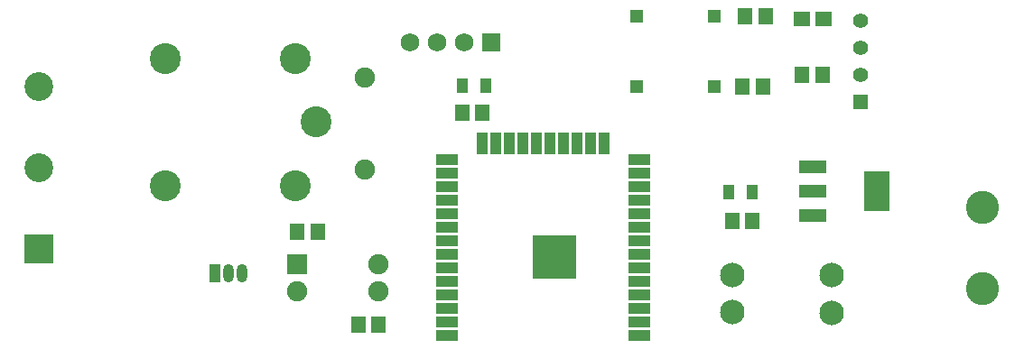
<source format=gts>
G04*
G04 #@! TF.GenerationSoftware,Altium Limited,Altium Designer,24.1.2 (44)*
G04*
G04 Layer_Color=8388736*
%FSLAX44Y44*%
%MOMM*%
G71*
G04*
G04 #@! TF.SameCoordinates,EDD2AC52-9795-4AC2-B1AA-E3E4142349E3*
G04*
G04*
G04 #@! TF.FilePolarity,Negative*
G04*
G01*
G75*
%ADD25R,1.1016X1.3516*%
%ADD26R,1.3500X1.5500*%
%ADD27R,2.4416X3.7016*%
%ADD28R,2.6016X1.2016*%
%ADD29R,1.2016X1.2016*%
%ADD30R,1.5116X1.4516*%
%ADD31R,2.1000X1.0000*%
%ADD32R,1.0000X2.1000*%
%ADD33R,4.1000X4.1000*%
%ADD34C,3.1016*%
%ADD35C,1.9016*%
%ADD36R,1.9016X1.9016*%
%ADD37R,1.3970X1.3970*%
%ADD38C,1.3970*%
%ADD39R,1.7500X1.7500*%
%ADD40C,1.7500*%
%ADD41C,2.3016*%
%ADD42R,2.7016X2.7016*%
%ADD43C,2.7016*%
%ADD44C,2.8956*%
%ADD45O,1.0016X1.7016*%
%ADD46R,1.0016X1.7016*%
D25*
X715820Y-201422D02*
D03*
X737820D02*
D03*
X487480Y-101600D02*
D03*
X465480D02*
D03*
D26*
X311150Y-238760D02*
D03*
X330150D02*
D03*
X368350Y-326390D02*
D03*
X387350D02*
D03*
X465480Y-127000D02*
D03*
X484480D02*
D03*
X728370Y-102870D02*
D03*
X747370D02*
D03*
X730910Y-36830D02*
D03*
X749910D02*
D03*
X803250Y-91069D02*
D03*
X784250D02*
D03*
X737820Y-228600D02*
D03*
X718820D02*
D03*
D27*
X853930Y-200660D02*
D03*
D28*
X794530Y-223660D02*
D03*
Y-200660D02*
D03*
Y-177660D02*
D03*
D29*
X629310Y-36830D02*
D03*
X702310D02*
D03*
Y-102870D02*
D03*
X629310D02*
D03*
D30*
X804250Y-39370D02*
D03*
X784250D02*
D03*
D31*
X631451Y-336051D02*
D03*
Y-323351D02*
D03*
Y-310651D02*
D03*
Y-297951D02*
D03*
Y-285251D02*
D03*
Y-272551D02*
D03*
Y-259851D02*
D03*
Y-247151D02*
D03*
Y-234451D02*
D03*
Y-221751D02*
D03*
Y-209051D02*
D03*
Y-196351D02*
D03*
Y-183651D02*
D03*
Y-170951D02*
D03*
X451450D02*
D03*
Y-183651D02*
D03*
Y-196351D02*
D03*
Y-209051D02*
D03*
Y-221751D02*
D03*
Y-234451D02*
D03*
Y-247151D02*
D03*
Y-259851D02*
D03*
Y-272551D02*
D03*
Y-285251D02*
D03*
Y-297951D02*
D03*
Y-310651D02*
D03*
Y-323351D02*
D03*
Y-336051D02*
D03*
D32*
X598600Y-155950D02*
D03*
X585900D02*
D03*
X573200D02*
D03*
X560500D02*
D03*
X547800D02*
D03*
X535100D02*
D03*
X522400D02*
D03*
X509700D02*
D03*
X497000D02*
D03*
X484300D02*
D03*
D33*
X552450Y-262890D02*
D03*
D34*
X953770Y-292100D02*
D03*
Y-215900D02*
D03*
D35*
X311150Y-294640D02*
D03*
X387350D02*
D03*
Y-269240D02*
D03*
X374650Y-93659D02*
D03*
Y-180660D02*
D03*
D36*
X311150Y-269240D02*
D03*
D37*
X838925Y-116469D02*
D03*
D38*
Y-91069D02*
D03*
Y-65669D02*
D03*
Y-40269D02*
D03*
D39*
X492760Y-60960D02*
D03*
D40*
X467360D02*
D03*
X441960D02*
D03*
X416560D02*
D03*
D41*
X718820Y-279293D02*
D03*
Y-314294D02*
D03*
X812031Y-279679D02*
D03*
Y-314681D02*
D03*
D42*
X68580Y-255270D02*
D03*
D43*
Y-179070D02*
D03*
Y-102870D02*
D03*
D44*
X186811Y-75895D02*
D03*
X328810Y-135890D02*
D03*
X308810Y-195890D02*
D03*
Y-75890D02*
D03*
X186810Y-195885D02*
D03*
D45*
X259080Y-278130D02*
D03*
X246380D02*
D03*
D46*
X233680D02*
D03*
M02*

</source>
